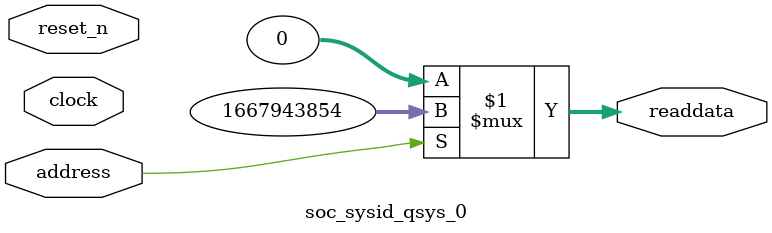
<source format=v>



// synthesis translate_off
`timescale 1ns / 1ps
// synthesis translate_on

// turn off superfluous verilog processor warnings 
// altera message_level Level1 
// altera message_off 10034 10035 10036 10037 10230 10240 10030 

module soc_sysid_qsys_0 (
               // inputs:
                address,
                clock,
                reset_n,

               // outputs:
                readdata
             )
;

  output  [ 31: 0] readdata;
  input            address;
  input            clock;
  input            reset_n;

  wire    [ 31: 0] readdata;
  //control_slave, which is an e_avalon_slave
  assign readdata = address ? 1667943854 : 0;

endmodule



</source>
